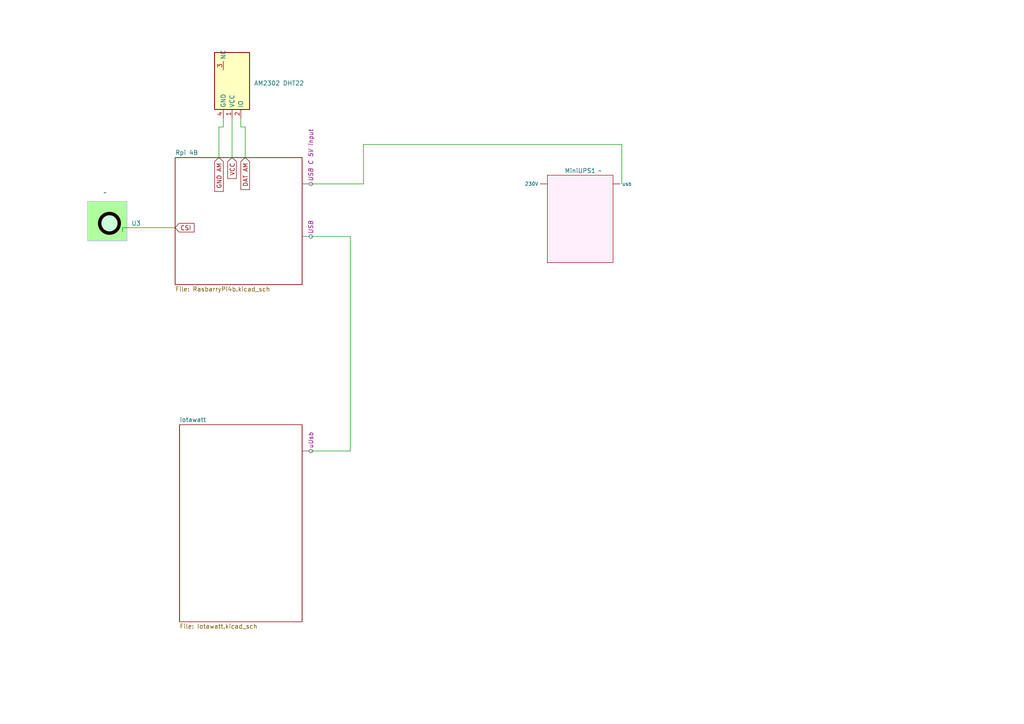
<source format=kicad_sch>
(kicad_sch (version 20230121) (generator eeschema)
  (paper "A4")
  (lib_symbols
    (symbol "Sensor1:AM2302 DHT22"
      (property "Value" "AM2302 DHT22" (at 2.54 12.7 0))
      (symbol "AM2302 DHT22_0_1"
        (rectangle (start -5.08 11.43) (end 5.08 -5.08) (stroke (width 0.254)) (fill (type background)))
      )
      (symbol "AM2302 DHT22_1_1"
        (pin power_in line (at 0 -7.62 90) (length 2.54) (name "VCC") (number "1"))
        (pin bidirectional line (at 2.54 -7.62 90) (length 2.54) (name "IO") (number "2"))
        (pin passive line (at -2.54 6.35 90) (length 2.54) (name "NC") (number "3"))
        (pin power_in line (at -2.54 -7.62 90) (length 2.54) (name "GND") (number "4"))
      )
    )
    (symbol "Sensor2:RPI_Cam_v2.1"
      (property "Reference" "U" (at 0 0 0))
      (symbol "RPI_Cam_v2.1_1_1"
        (rectangle (start -5.08 -2.54) (end 6.35 -13.97) (stroke (width 0) (color 169 167 255 1)) (fill (type color) (color 175 255 158 1)))
        (circle (center 1.27 -8.89) (radius 2.8398) (stroke (width 1) (color 22 0 0 1)) (fill (type color) (color 201 255 217 1)))
      )
    )
    (symbol "ups:MiniUPS_10400AH"
      (property "Reference" "MiniUPS" (at -6.35 0 0))
      (symbol "MiniUPS_10400AH_0_0"
        (text_box "" (at -15.24 -1.27 0) (size 19.05 -25.4) (fill (type color) (color 255 238 251 1)) (effects (font (size 1.27 1.27)) (justify left top)))
      )
      (symbol "MiniUPS_10400AH_1_0"
        (pin input line (at -15.24 -3.81 180) (length 2.08) (name "230V") (number ""))
        (pin bidirectional line (at 3.81 -3.81 0) (length 2.08) (name "usb") (number ""))
      )
    )
  )
  (wire (pts (xy 35.56 66.04) (xy 35.56 67.31)))
  (wire (pts (xy 180.34 53.34) (xy 180.34 41.91)))
  (wire (pts (xy 71.12 36.83) (xy 71.12 45.72)))
  (wire (pts (xy 69.85 36.83) (xy 71.12 36.83)))
  (wire (pts (xy 64.77 36.83) (xy 63.5 36.83)))
  (wire (pts (xy 90.17 68.58) (xy 101.6 68.58)))
  (wire (pts (xy 180.34 41.91) (xy 105.41 41.91)))
  (wire (pts (xy 50.8 66.04) (xy 35.56 66.04)))
  (wire (pts (xy 67.31 34.29) (xy 67.31 45.72)))
  (wire (pts (xy 64.77 34.29) (xy 64.77 36.83)))
  (wire (pts (xy 105.41 41.91) (xy 105.41 53.34)))
  (wire (pts (xy 69.85 34.29) (xy 69.85 36.83)))
  (wire (pts (xy 90.17 53.34) (xy 105.41 53.34)))
  (wire (pts (xy 101.6 130.81) (xy 101.6 68.58)))
  (wire (pts (xy 90.17 130.81) (xy 101.6 130.81)))
  (wire (pts (xy 63.5 36.83) (xy 63.5 45.72)))
  (global_label "VCC" (shape input) (at 67.31 45.72 270) (property "Intersheetrefs" "${INTERSHEET_REFS}" (effects hide)))
  (global_label "GND AM" (shape input) (at 63.5 45.72 270) (property "Intersheetrefs" "${INTERSHEET_REFS}" (effects hide)))
  (global_label "DAT AM" (shape input) (at 71.12 45.72 270) (property "Intersheetrefs" "${INTERSHEET_REFS}" (effects hide)))
  (global_label "CSI" (shape input) (at 50.8 66.04 0) (property "Intersheetrefs" "${INTERSHEET_REFS}" (effects hide)))
  (netclass_flag "" (length 2.54) (shape round) (at 87.63 68.58 270) (property "Netclass" "USB" (at 90.17 67.8815 90) (effects (font italic) (justify left))))
  (netclass_flag "" (length 2.54) (shape round) (at 87.63 130.81 270) (property "Netclass" "uUsb" (at 90.17 130.1115 90) (effects (font italic) (justify left))))
  (netclass_flag "" (length 2.54) (shape round) (at 87.63 53.34 270) (property "Netclass" "USB C 5V input" (at 90.17 52.6415 90) (effects (font italic) (justify left))))
  (symbol (lib_id "Sensor1:AM2302 DHT22") (at 67.31 26.67 0) (unit 1)
    (property "Reference" "U1" (effects hide))
    (property "Value" "AM2302 DHT22" (at 73.66 24.13 0) (effects (justify left)))
    (property "Footprint" "Sensor:Aosong_DHT11_5.5x12.0_P2.54mm" (effects hide))
    (property "Datasheet" "https://www.sparkfun.com/datasheets/Sensors/Temperature/DHT22.pdf" (effects hide))
  )
  (symbol (lib_id "ups:MiniUPS_10400AH") (at 173.99 49.53 0) (unit 1)
    (property "Reference" "MiniUPS1" (at 168.275 49.53 0))
    (property "Value" "~" (at 173.99 49.53 0))
  )
  (symbol (lib_id "Sensor2:RPI_Cam_v2.1") (at 30.48 55.88 0) (unit 1)
    (property "Reference" "U3" (at 38.1 64.77 0) (effects (justify left)))
    (property "Value" "~" (at 30.48 55.88 0))
  )
  (sheet (at 52.07 123.19) (size 35.56 57.15) (stroke (width 0.1524))
    (property "Sheetname" "Iotawatt" (at 52.07 122.4784 0) (effects (justify left bottom)))
    (property "Sheetfile" "Iotawatt.kicad_sch" (at 52.07 180.9246 0) (effects (justify left top)))
  )
  (sheet (at 50.8 45.72) (size 36.83 36.83) (stroke (width 0.1524))
    (property "Sheetname" "Rpi 4B" (at 50.8 45.0084 0) (effects (justify left bottom)))
    (property "Sheetfile" "RasbarryPi4b.kicad_sch" (at 50.8 83.1346 0) (effects (justify left top)))
    (property "Datasheet" "https://www.raspberrypi.org/documentation/hardware/raspberrypi/bcm2711/rpi_DATA_2711_1p0_preliminary.pdf" (effects hide))
  )
)
</source>
